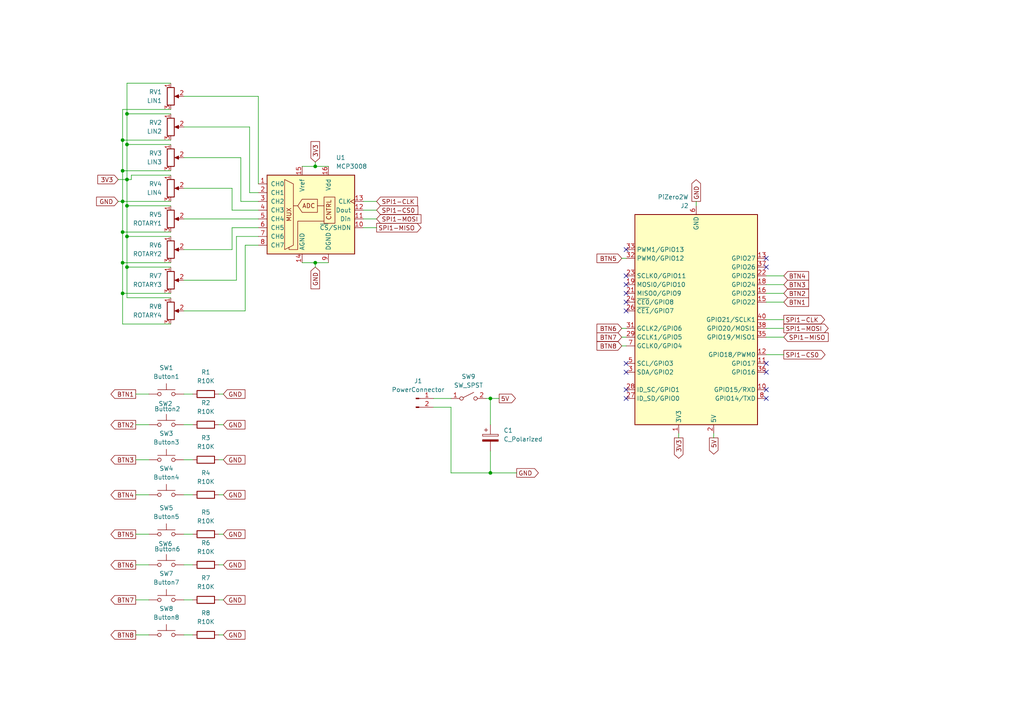
<source format=kicad_sch>
(kicad_sch (version 20231120) (generator "eeschema") (generator_version "8.0")
  (paper "A4")
  (lib_symbols
    (symbol "Analog_ADC:MCP3008" (pin_names (offset 1.016))
      (property "Reference" "U" (at -5.08 13.335 0))
      (property "Value" "MCP3008" (at -5.08 11.43 0))
      (symbol "MCP3008_0_0"
        (text "ADC" (at -0.635 1.27 0) (effects (font (size 1.27 1.27))))
        (text "CNTRL" (at 5.969 -2.921 900) (effects (font (size 1.27 1.27)) (justify left bottom)))
        (text "MUX" (at -6.35 -1.27 900) (effects (font (size 1.27 1.27))))
      )
      (symbol "MCP3008_0_1"
        (polyline (pts (xy -3.81 1.27) (xy -5.08 1.27)))
        (polyline (pts (xy 1.905 1.27) (xy 3.81 1.27)))
        (polyline (pts (xy -7.62 8.89) (xy -7.62 -11.43) (xy -5.08 -10.16) (xy -5.08 7.62) (xy -7.62 8.89)))
        (polyline (pts (xy 3.81 -3.175) (xy -3.81 -3.175) (xy -3.81 -11.43) (xy -6.35 -11.43) (xy -6.35 -10.795)))
        (polyline (pts (xy 1.905 3.175) (xy 1.905 -0.635) (xy -2.54 -0.635) (xy -3.81 1.27) (xy -2.54 3.175) (xy 1.905 3.175)))
        (rectangle (start 3.81 -3.81) (end 6.985 3.81))
        (rectangle (start 12.7 -12.7) (end -12.7 10.16) (stroke (width 0.254)) (fill (type background)))
      )
      (symbol "MCP3008_1_1"
        (pin input line (at -15.24 7.62 0) (length 2.54) (name "CH0") (number "1"))
        (pin input line (at 15.24 -5.08 180) (length 2.54) (name "~{CS}/SHDN") (number "10"))
        (pin input line (at 15.24 -2.54 180) (length 2.54) (name "Din") (number "11"))
        (pin output line (at 15.24 0 180) (length 2.54) (name "Dout") (number "12"))
        (pin input clock (at 15.24 2.54 180) (length 2.54) (name "CLK") (number "13"))
        (pin power_in line (at -2.54 -15.24 90) (length 2.54) (name "AGND") (number "14"))
        (pin power_in line (at -2.54 12.7 270) (length 2.54) (name "Vref") (number "15"))
        (pin power_in line (at 5.08 12.7 270) (length 2.54) (name "Vdd") (number "16"))
        (pin input line (at -15.24 5.08 0) (length 2.54) (name "CH1") (number "2"))
        (pin input line (at -15.24 2.54 0) (length 2.54) (name "CH2") (number "3"))
        (pin input line (at -15.24 0 0) (length 2.54) (name "CH3") (number "4"))
        (pin input line (at -15.24 -2.54 0) (length 2.54) (name "CH4") (number "5"))
        (pin input line (at -15.24 -5.08 0) (length 2.54) (name "CH5") (number "6"))
        (pin input line (at -15.24 -7.62 0) (length 2.54) (name "CH6") (number "7"))
        (pin input line (at -15.24 -10.16 0) (length 2.54) (name "CH7") (number "8"))
        (pin power_in line (at 5.08 -15.24 90) (length 2.54) (name "DGND") (number "9"))
      )
    )
    (symbol "Connector:Conn_01x02_Pin" (pin_names (offset 1.016) hide)
      (property "Reference" "J" (at 0 2.54 0))
      (property "Value" "Conn_01x02_Pin" (at 0 -5.08 0))
      (symbol "Conn_01x02_Pin_1_1"
        (polyline (pts (xy 1.27 -2.54) (xy 0.8636 -2.54)) (stroke (width 0.1524)))
        (polyline (pts (xy 1.27 0) (xy 0.8636 0)) (stroke (width 0.1524)))
        (rectangle (start 0.8636 -2.413) (end 0 -2.667) (stroke (width 0.1524)) (fill (type outline)))
        (rectangle (start 0.8636 0.127) (end 0 -0.127) (stroke (width 0.1524)) (fill (type outline)))
        (pin passive line (at 5.08 0 180) (length 3.81) (name "Pin_1") (number "1"))
        (pin passive line (at 5.08 -2.54 180) (length 3.81) (name "Pin_2") (number "2"))
      )
    )
    (symbol "Connector:Raspberry_Pi_2_3"
      (property "Reference" "J" (at -17.78 31.75 0))
      (property "Value" "Raspberry_Pi_2_3" (at 10.16 -31.75 0))
      (symbol "Raspberry_Pi_2_3_0_1"
        (rectangle (start -17.78 30.48) (end 17.78 -30.48) (stroke (width 0.254)) (fill (type background)))
      )
      (symbol "Raspberry_Pi_2_3_1_1"
        (pin power_in line (at 5.08 33.02 270) (length 2.54) (name "3V3") (number "1"))
        (pin bidirectional line (at -20.32 20.32 0) (length 2.54) (name "GPIO15/RXD") (number "10"))
        (pin bidirectional line (at -20.32 12.7 0) (length 2.54) (name "GPIO17") (number "11"))
        (pin bidirectional line (at -20.32 10.16 0) (length 2.54) (name "GPIO18/PWM0") (number "12"))
        (pin bidirectional line (at -20.32 -17.78 0) (length 2.54) (name "GPIO27") (number "13"))
        (pin passive line (at 0 -33.02 90) (length 2.54) hide (name "GND") (number "14"))
        (pin bidirectional line (at -20.32 -5.08 0) (length 2.54) (name "GPIO22") (number "15"))
        (pin bidirectional line (at -20.32 -7.62 0) (length 2.54) (name "GPIO23") (number "16"))
        (pin passive line (at 5.08 33.02 270) (length 2.54) hide (name "3V3") (number "17"))
        (pin bidirectional line (at -20.32 -10.16 0) (length 2.54) (name "GPIO24") (number "18"))
        (pin bidirectional line (at 20.32 -10.16 180) (length 2.54) (name "MOSI0/GPIO10") (number "19"))
        (pin power_in line (at -5.08 33.02 270) (length 2.54) (name "5V") (number "2"))
        (pin passive line (at 0 -33.02 90) (length 2.54) hide (name "GND") (number "20"))
        (pin bidirectional line (at 20.32 -7.62 180) (length 2.54) (name "MISO0/GPIO9") (number "21"))
        (pin bidirectional line (at -20.32 -12.7 0) (length 2.54) (name "GPIO25") (number "22"))
        (pin bidirectional line (at 20.32 -12.7 180) (length 2.54) (name "SCLK0/GPIO11") (number "23"))
        (pin bidirectional line (at 20.32 -5.08 180) (length 2.54) (name "~{CE0}/GPIO8") (number "24"))
        (pin passive line (at 0 -33.02 90) (length 2.54) hide (name "GND") (number "25"))
        (pin bidirectional line (at 20.32 -2.54 180) (length 2.54) (name "~{CE1}/GPIO7") (number "26"))
        (pin bidirectional line (at 20.32 22.86 180) (length 2.54) (name "ID_SD/GPIO0") (number "27"))
        (pin bidirectional line (at 20.32 20.32 180) (length 2.54) (name "ID_SC/GPIO1") (number "28"))
        (pin bidirectional line (at 20.32 5.08 180) (length 2.54) (name "GCLK1/GPIO5") (number "29"))
        (pin bidirectional line (at 20.32 15.24 180) (length 2.54) (name "SDA/GPIO2") (number "3"))
        (pin passive line (at 0 -33.02 90) (length 2.54) hide (name "GND") (number "30"))
        (pin bidirectional line (at 20.32 2.54 180) (length 2.54) (name "GCLK2/GPIO6") (number "31"))
        (pin bidirectional line (at 20.32 -17.78 180) (length 2.54) (name "PWM0/GPIO12") (number "32"))
        (pin bidirectional line (at 20.32 -20.32 180) (length 2.54) (name "PWM1/GPIO13") (number "33"))
        (pin passive line (at 0 -33.02 90) (length 2.54) hide (name "GND") (number "34"))
        (pin bidirectional line (at -20.32 5.08 0) (length 2.54) (name "GPIO19/MISO1") (number "35"))
        (pin bidirectional line (at -20.32 15.24 0) (length 2.54) (name "GPIO16") (number "36"))
        (pin bidirectional line (at -20.32 -15.24 0) (length 2.54) (name "GPIO26") (number "37"))
        (pin bidirectional line (at -20.32 2.54 0) (length 2.54) (name "GPIO20/MOSI1") (number "38"))
        (pin passive line (at 0 -33.02 90) (length 2.54) hide (name "GND") (number "39"))
        (pin passive line (at -5.08 33.02 270) (length 2.54) hide (name "5V") (number "4"))
        (pin bidirectional line (at -20.32 0 0) (length 2.54) (name "GPIO21/SCLK1") (number "40"))
        (pin bidirectional line (at 20.32 12.7 180) (length 2.54) (name "SCL/GPIO3") (number "5"))
        (pin power_in line (at 0 -33.02 90) (length 2.54) (name "GND") (number "6"))
        (pin bidirectional line (at 20.32 7.62 180) (length 2.54) (name "GCLK0/GPIO4") (number "7"))
        (pin bidirectional line (at -20.32 22.86 0) (length 2.54) (name "GPIO14/TXD") (number "8"))
        (pin passive line (at 0 -33.02 90) (length 2.54) hide (name "GND") (number "9"))
      )
    )
    (symbol "Device:C_Polarized" (pin_numbers hide) (pin_names (offset 0.254))
      (property "Reference" "C" (at 0.635 2.54 0))
      (property "Value" "C_Polarized" (at 0.635 -2.54 0))
      (symbol "C_Polarized_0_1"
        (rectangle (start -2.286 0.508) (end 2.286 1.016))
        (polyline (pts (xy -1.778 2.286) (xy -0.762 2.286)))
        (polyline (pts (xy -1.27 2.794) (xy -1.27 1.778)))
        (rectangle (start 2.286 -0.508) (end -2.286 -1.016) (fill (type outline)))
      )
      (symbol "C_Polarized_1_1"
        (pin passive line (at 0 3.81 270) (length 2.794) (name "~") (number "1"))
        (pin passive line (at 0 -3.81 90) (length 2.794) (name "~") (number "2"))
      )
    )
    (symbol "Device:R" (pin_numbers hide) (pin_names (offset 0))
      (property "Reference" "R" (at 2.032 0 90))
      (property "Value" "R" (at 0 0 90))
      (symbol "R_0_1"
        (rectangle (start -1.016 -2.54) (end 1.016 2.54) (stroke (width 0.254)))
      )
      (symbol "R_1_1"
        (pin passive line (at 0 3.81 270) (length 1.27) (name "~") (number "1"))
        (pin passive line (at 0 -3.81 90) (length 1.27) (name "~") (number "2"))
      )
    )
    (symbol "Device:R_Potentiometer" (pin_names (offset 1.016) hide)
      (property "Reference" "RV" (at -4.445 0 90))
      (property "Value" "R_Potentiometer" (at -2.54 0 90))
      (symbol "R_Potentiometer_0_1"
        (polyline (pts (xy 2.54 0) (xy 1.524 0)))
        (polyline (pts (xy 1.143 0) (xy 2.286 0.508) (xy 2.286 -0.508) (xy 1.143 0)) (fill (type outline)))
        (rectangle (start 1.016 2.54) (end -1.016 -2.54) (stroke (width 0.254)))
      )
      (symbol "R_Potentiometer_1_1"
        (pin passive line (at 0 3.81 270) (length 1.27) (name "1") (number "1"))
        (pin passive line (at 3.81 0 180) (length 1.27) (name "2") (number "2"))
        (pin passive line (at 0 -3.81 90) (length 1.27) (name "3") (number "3"))
      )
    )
    (symbol "Switch:SW_Push" (pin_numbers hide) (pin_names (offset 1.016) hide)
      (property "Reference" "SW" (at 1.27 2.54 0))
      (property "Value" "SW_Push" (at 0 -1.524 0))
      (symbol "SW_Push_0_1"
        (circle (center -2.032 0) (radius 0.508))
        (polyline (pts (xy 0 1.27) (xy 0 3.048)))
        (polyline (pts (xy 2.54 1.27) (xy -2.54 1.27)))
        (circle (center 2.032 0) (radius 0.508))
        (pin passive line (at -5.08 0 0) (length 2.54) (name "1") (number "1"))
        (pin passive line (at 5.08 0 180) (length 2.54) (name "2") (number "2"))
      )
    )
    (symbol "Switch:SW_SPST" (pin_names (offset 0) hide)
      (property "Reference" "SW" (at 0 3.175 0))
      (property "Value" "SW_SPST" (at 0 -2.54 0))
      (symbol "SW_SPST_0_0"
        (circle (center -2.032 0) (radius 0.508))
        (polyline (pts (xy -1.524 0.254) (xy 1.524 1.778)))
        (circle (center 2.032 0) (radius 0.508))
      )
      (symbol "SW_SPST_1_1"
        (pin passive line (at -5.08 0 0) (length 2.54) (name "A") (number "1"))
        (pin passive line (at 5.08 0 180) (length 2.54) (name "B") (number "2"))
      )
    )
  )
  (junction (at 35.56 85.09))
  (junction (at 36.83 68.58))
  (junction (at 142.24 115.57))
  (junction (at 36.83 41.91))
  (junction (at 35.56 76.2))
  (junction (at 36.83 33.02))
  (junction (at 35.56 49.53))
  (junction (at 36.83 52.07))
  (junction (at 36.83 77.47))
  (junction (at 35.56 58.42))
  (junction (at 142.24 137.16))
  (junction (at 35.56 40.64))
  (junction (at 35.56 67.31))
  (junction (at 91.44 48.26))
  (junction (at 36.83 59.69))
  (junction (at 91.44 76.2))
  (no_connect (at 222.25 115.57))
  (no_connect (at 222.25 105.41))
  (no_connect (at 222.25 107.95))
  (no_connect (at 181.61 72.39))
  (no_connect (at 181.61 107.95))
  (no_connect (at 222.25 74.93))
  (no_connect (at 181.61 115.57))
  (no_connect (at 181.61 82.55))
  (no_connect (at 181.61 113.03))
  (no_connect (at 181.61 87.63))
  (no_connect (at 181.61 85.09))
  (no_connect (at 181.61 80.01))
  (no_connect (at 222.25 77.47))
  (no_connect (at 222.25 113.03))
  (no_connect (at 181.61 90.17))
  (no_connect (at 181.61 105.41))
  (wire (pts (xy 105.41 60.96) (xy 109.22 60.96)))
  (wire (pts (xy 53.34 36.83) (xy 72.39 36.83)))
  (wire (pts (xy 49.53 76.2) (xy 35.56 76.2)))
  (wire (pts (xy 71.12 90.17) (xy 71.12 71.12)))
  (wire (pts (xy 142.24 137.16) (xy 149.86 137.16)))
  (wire (pts (xy 35.56 67.31) (xy 35.56 76.2)))
  (wire (pts (xy 222.25 87.63) (xy 227.33 87.63)))
  (wire (pts (xy 49.53 41.91) (xy 36.83 41.91)))
  (wire (pts (xy 63.5 143.51) (xy 64.77 143.51)))
  (wire (pts (xy 49.53 24.13) (xy 36.83 24.13)))
  (wire (pts (xy 130.81 137.16) (xy 130.81 118.11)))
  (wire (pts (xy 49.53 50.8) (xy 38.1 50.8)))
  (wire (pts (xy 53.34 143.51) (xy 55.88 143.51)))
  (wire (pts (xy 49.53 59.69) (xy 36.83 59.69)))
  (wire (pts (xy 63.5 184.15) (xy 64.77 184.15)))
  (wire (pts (xy 53.34 81.28) (xy 68.58 81.28)))
  (wire (pts (xy 95.25 48.26) (xy 91.44 48.26)))
  (wire (pts (xy 227.33 95.25) (xy 222.25 95.25)))
  (wire (pts (xy 35.56 58.42) (xy 49.53 58.42)))
  (wire (pts (xy 39.37 123.19) (xy 43.18 123.19)))
  (wire (pts (xy 142.24 130.81) (xy 142.24 137.16)))
  (wire (pts (xy 39.37 133.35) (xy 43.18 133.35)))
  (wire (pts (xy 36.83 33.02) (xy 36.83 41.91)))
  (wire (pts (xy 53.34 154.94) (xy 55.88 154.94)))
  (wire (pts (xy 35.56 49.53) (xy 49.53 49.53)))
  (wire (pts (xy 39.37 163.83) (xy 43.18 163.83)))
  (wire (pts (xy 35.56 40.64) (xy 49.53 40.64)))
  (wire (pts (xy 49.53 93.98) (xy 35.56 93.98)))
  (wire (pts (xy 91.44 48.26) (xy 91.44 46.99)))
  (wire (pts (xy 67.31 66.04) (xy 74.93 66.04)))
  (wire (pts (xy 68.58 68.58) (xy 74.93 68.58)))
  (wire (pts (xy 35.56 49.53) (xy 35.56 58.42)))
  (wire (pts (xy 227.33 97.79) (xy 222.25 97.79)))
  (wire (pts (xy 35.56 58.42) (xy 34.29 58.42)))
  (wire (pts (xy 67.31 54.61) (xy 67.31 60.96)))
  (wire (pts (xy 35.56 76.2) (xy 35.56 85.09)))
  (wire (pts (xy 207.01 127) (xy 207.01 125.73)))
  (wire (pts (xy 63.5 114.3) (xy 64.77 114.3)))
  (wire (pts (xy 53.34 63.5) (xy 74.93 63.5)))
  (wire (pts (xy 72.39 55.88) (xy 74.93 55.88)))
  (wire (pts (xy 39.37 184.15) (xy 43.18 184.15)))
  (wire (pts (xy 69.85 58.42) (xy 74.93 58.42)))
  (wire (pts (xy 140.97 115.57) (xy 142.24 115.57)))
  (wire (pts (xy 180.34 97.79) (xy 181.61 97.79)))
  (wire (pts (xy 35.56 85.09) (xy 35.56 93.98)))
  (wire (pts (xy 36.83 24.13) (xy 36.83 33.02)))
  (wire (pts (xy 53.34 45.72) (xy 69.85 45.72)))
  (wire (pts (xy 49.53 68.58) (xy 36.83 68.58)))
  (wire (pts (xy 53.34 72.39) (xy 67.31 72.39)))
  (wire (pts (xy 201.93 59.69) (xy 201.93 58.42)))
  (wire (pts (xy 68.58 81.28) (xy 68.58 68.58)))
  (wire (pts (xy 63.5 154.94) (xy 64.77 154.94)))
  (wire (pts (xy 180.34 74.93) (xy 181.61 74.93)))
  (wire (pts (xy 35.56 40.64) (xy 35.56 49.53)))
  (wire (pts (xy 53.34 54.61) (xy 67.31 54.61)))
  (wire (pts (xy 63.5 123.19) (xy 64.77 123.19)))
  (wire (pts (xy 49.53 31.75) (xy 35.56 31.75)))
  (wire (pts (xy 39.37 154.94) (xy 43.18 154.94)))
  (wire (pts (xy 222.25 80.01) (xy 227.33 80.01)))
  (wire (pts (xy 39.37 114.3) (xy 43.18 114.3)))
  (wire (pts (xy 130.81 118.11) (xy 125.73 118.11)))
  (wire (pts (xy 71.12 71.12) (xy 74.93 71.12)))
  (wire (pts (xy 49.53 85.09) (xy 35.56 85.09)))
  (wire (pts (xy 142.24 115.57) (xy 142.24 123.19)))
  (wire (pts (xy 53.34 173.99) (xy 55.88 173.99)))
  (wire (pts (xy 49.53 86.36) (xy 36.83 86.36)))
  (wire (pts (xy 91.44 76.2) (xy 91.44 77.47)))
  (wire (pts (xy 53.34 114.3) (xy 55.88 114.3)))
  (wire (pts (xy 67.31 60.96) (xy 74.93 60.96)))
  (wire (pts (xy 36.83 59.69) (xy 36.83 68.58)))
  (wire (pts (xy 105.41 58.42) (xy 109.22 58.42)))
  (wire (pts (xy 34.29 52.07) (xy 36.83 52.07)))
  (wire (pts (xy 105.41 66.04) (xy 109.22 66.04)))
  (wire (pts (xy 36.83 77.47) (xy 36.83 86.36)))
  (wire (pts (xy 72.39 36.83) (xy 72.39 55.88)))
  (wire (pts (xy 39.37 173.99) (xy 43.18 173.99)))
  (wire (pts (xy 36.83 68.58) (xy 36.83 77.47)))
  (wire (pts (xy 67.31 72.39) (xy 67.31 66.04)))
  (wire (pts (xy 53.34 123.19) (xy 55.88 123.19)))
  (wire (pts (xy 49.53 77.47) (xy 36.83 77.47)))
  (wire (pts (xy 180.34 95.25) (xy 181.61 95.25)))
  (wire (pts (xy 95.25 76.2) (xy 91.44 76.2)))
  (wire (pts (xy 63.5 173.99) (xy 64.77 173.99)))
  (wire (pts (xy 180.34 100.33) (xy 181.61 100.33)))
  (wire (pts (xy 130.81 137.16) (xy 142.24 137.16)))
  (wire (pts (xy 53.34 163.83) (xy 55.88 163.83)))
  (wire (pts (xy 196.85 127) (xy 196.85 125.73)))
  (wire (pts (xy 142.24 115.57) (xy 144.78 115.57)))
  (wire (pts (xy 69.85 45.72) (xy 69.85 58.42)))
  (wire (pts (xy 227.33 92.71) (xy 222.25 92.71)))
  (wire (pts (xy 38.1 50.8) (xy 38.1 52.07)))
  (wire (pts (xy 227.33 102.87) (xy 222.25 102.87)))
  (wire (pts (xy 35.56 67.31) (xy 35.56 58.42)))
  (wire (pts (xy 35.56 31.75) (xy 35.56 40.64)))
  (wire (pts (xy 87.63 76.2) (xy 91.44 76.2)))
  (wire (pts (xy 36.83 41.91) (xy 36.83 52.07)))
  (wire (pts (xy 53.34 133.35) (xy 55.88 133.35)))
  (wire (pts (xy 87.63 48.26) (xy 91.44 48.26)))
  (wire (pts (xy 49.53 67.31) (xy 35.56 67.31)))
  (wire (pts (xy 222.25 82.55) (xy 227.33 82.55)))
  (wire (pts (xy 36.83 59.69) (xy 36.83 52.07)))
  (wire (pts (xy 63.5 163.83) (xy 64.77 163.83)))
  (wire (pts (xy 222.25 85.09) (xy 227.33 85.09)))
  (wire (pts (xy 49.53 33.02) (xy 36.83 33.02)))
  (wire (pts (xy 74.93 27.94) (xy 74.93 53.34)))
  (wire (pts (xy 63.5 133.35) (xy 64.77 133.35)))
  (wire (pts (xy 53.34 184.15) (xy 55.88 184.15)))
  (wire (pts (xy 53.34 90.17) (xy 71.12 90.17)))
  (wire (pts (xy 39.37 143.51) (xy 43.18 143.51)))
  (wire (pts (xy 38.1 52.07) (xy 36.83 52.07)))
  (wire (pts (xy 105.41 63.5) (xy 109.22 63.5)))
  (wire (pts (xy 125.73 115.57) (xy 130.81 115.57)))
  (wire (pts (xy 53.34 27.94) (xy 74.93 27.94)))
  (global_label "GND" (shape input) (at 64.77 133.35 0) (property "Intersheetrefs" "${INTERSHEET_REFS}" (effects (hide yes))))
  (global_label "BTN3" (shape output) (at 39.37 133.35 180) (property "Intersheetrefs" "${INTERSHEET_REFS}" (effects (hide yes))))
  (global_label "GND" (shape input) (at 34.29 58.42 180) (property "Intersheetrefs" "${INTERSHEET_REFS}" (effects (hide yes))))
  (global_label "SPI1-CS0" (shape input) (at 109.22 60.96 0) (property "Intersheetrefs" "${INTERSHEET_REFS}" (effects (hide yes))))
  (global_label "GND" (shape input) (at 91.44 77.47 270) (property "Intersheetrefs" "${INTERSHEET_REFS}" (effects (hide yes))))
  (global_label "SPI1-CLK" (shape output) (at 227.33 92.71 0) (property "Intersheetrefs" "${INTERSHEET_REFS}" (effects (hide yes))))
  (global_label "GND" (shape input) (at 64.77 173.99 0) (property "Intersheetrefs" "${INTERSHEET_REFS}" (effects (hide yes))))
  (global_label "SPI1-MISO" (shape output) (at 109.22 66.04 0) (property "Intersheetrefs" "${INTERSHEET_REFS}" (effects (hide yes))))
  (global_label "5V" (shape output) (at 144.78 115.57 0) (property "Intersheetrefs" "${INTERSHEET_REFS}" (effects (hide yes))))
  (global_label "GND" (shape input) (at 64.77 123.19 0) (property "Intersheetrefs" "${INTERSHEET_REFS}" (effects (hide yes))))
  (global_label "SPI1-MISO" (shape input) (at 227.33 97.79 0) (property "Intersheetrefs" "${INTERSHEET_REFS}" (effects (hide yes))))
  (global_label "3V3" (shape input) (at 34.29 52.07 180) (property "Intersheetrefs" "${INTERSHEET_REFS}" (effects (hide yes))))
  (global_label "BTN6" (shape output) (at 39.37 163.83 180) (property "Intersheetrefs" "${INTERSHEET_REFS}" (effects (hide yes))))
  (global_label "BTN5" (shape output) (at 39.37 154.94 180) (property "Intersheetrefs" "${INTERSHEET_REFS}" (effects (hide yes))))
  (global_label "BTN1" (shape input) (at 227.33 87.63 0) (property "Intersheetrefs" "${INTERSHEET_REFS}" (effects (hide yes))))
  (global_label "SPI1-CLK" (shape input) (at 109.22 58.42 0) (property "Intersheetrefs" "${INTERSHEET_REFS}" (effects (hide yes))))
  (global_label "GND" (shape output) (at 201.93 58.42 90) (property "Intersheetrefs" "${INTERSHEET_REFS}" (effects (hide yes))))
  (global_label "5V" (shape output) (at 207.01 127 270) (property "Intersheetrefs" "${INTERSHEET_REFS}" (effects (hide yes))))
  (global_label "3V3" (shape output) (at 196.85 127 270) (property "Intersheetrefs" "${INTERSHEET_REFS}" (effects (hide yes))))
  (global_label "GND" (shape output) (at 149.86 137.16 0) (property "Intersheetrefs" "${INTERSHEET_REFS}" (effects (hide yes))))
  (global_label "BTN4" (shape input) (at 227.33 80.01 0) (property "Intersheetrefs" "${INTERSHEET_REFS}" (effects (hide yes))))
  (global_label "SPI1-MOSI" (shape input) (at 109.22 63.5 0) (property "Intersheetrefs" "${INTERSHEET_REFS}" (effects (hide yes))))
  (global_label "SPI1-CS0" (shape output) (at 227.33 102.87 0) (property "Intersheetrefs" "${INTERSHEET_REFS}" (effects (hide yes))))
  (global_label "GND" (shape input) (at 64.77 143.51 0) (property "Intersheetrefs" "${INTERSHEET_REFS}" (effects (hide yes))))
  (global_label "GND" (shape input) (at 64.77 184.15 0) (property "Intersheetrefs" "${INTERSHEET_REFS}" (effects (hide yes))))
  (global_label "3V3" (shape input) (at 91.44 46.99 90) (property "Intersheetrefs" "${INTERSHEET_REFS}" (effects (hide yes))))
  (global_label "BTN8" (shape output) (at 39.37 184.15 180) (property "Intersheetrefs" "${INTERSHEET_REFS}" (effects (hide yes))))
  (global_label "BTN7" (shape output) (at 39.37 173.99 180) (property "Intersheetrefs" "${INTERSHEET_REFS}" (effects (hide yes))))
  (global_label "BTN1" (shape output) (at 39.37 114.3 180) (property "Intersheetrefs" "${INTERSHEET_REFS}" (effects (hide yes))))
  (global_label "GND" (shape input) (at 64.77 163.83 0) (property "Intersheetrefs" "${INTERSHEET_REFS}" (effects (hide yes))))
  (global_label "BTN6" (shape input) (at 180.34 95.25 180) (property "Intersheetrefs" "${INTERSHEET_REFS}" (effects (hide yes))))
  (global_label "BTN2" (shape input) (at 227.33 85.09 0) (property "Intersheetrefs" "${INTERSHEET_REFS}" (effects (hide yes))))
  (global_label "BTN4" (shape output) (at 39.37 143.51 180) (property "Intersheetrefs" "${INTERSHEET_REFS}" (effects (hide yes))))
  (global_label "BTN2" (shape output) (at 39.37 123.19 180) (property "Intersheetrefs" "${INTERSHEET_REFS}" (effects (hide yes))))
  (global_label "BTN8" (shape input) (at 180.34 100.33 180) (property "Intersheetrefs" "${INTERSHEET_REFS}" (effects (hide yes))))
  (global_label "SPI1-MOSI" (shape output) (at 227.33 95.25 0) (property "Intersheetrefs" "${INTERSHEET_REFS}" (effects (hide yes))))
  (global_label "BTN3" (shape input) (at 227.33 82.55 0) (property "Intersheetrefs" "${INTERSHEET_REFS}" (effects (hide yes))))
  (global_label "BTN7" (shape input) (at 180.34 97.79 180) (property "Intersheetrefs" "${INTERSHEET_REFS}" (effects (hide yes))))
  (global_label "BTN5" (shape input) (at 180.34 74.93 180) (property "Intersheetrefs" "${INTERSHEET_REFS}" (effects (hide yes))))
  (global_label "GND" (shape input) (at 64.77 114.3 0) (property "Intersheetrefs" "${INTERSHEET_REFS}" (effects (hide yes))))
  (global_label "GND" (shape input) (at 64.77 154.94 0) (property "Intersheetrefs" "${INTERSHEET_REFS}" (effects (hide yes))))
  (symbol (lib_id "Device:R") (at 59.69 114.3 90) (unit 1)
    (property "Reference" "R1" (at 59.69 107.95 90))
    (property "Value" "R10K" (at 59.69 110.49 90))
    (property "Footprint" "Resistor_SMD:R_1206_3216Metric_Pad1.30x1.75mm_HandSolder" (effects (hide yes)))
    (property "Description" "Resistor" (effects (hide yes)))
  )
  (symbol (lib_id "Device:R") (at 59.69 184.15 90) (unit 1)
    (property "Reference" "R8" (at 59.69 177.8 90))
    (property "Value" "R10K" (at 59.69 180.34 90))
    (property "Footprint" "Resistor_SMD:R_1206_3216Metric_Pad1.30x1.75mm_HandSolder" (effects (hide yes)))
    (property "Description" "Resistor" (effects (hide yes)))
  )
  (symbol (lib_id "Device:R_Potentiometer") (at 49.53 54.61 0) (unit 1)
    (property "Reference" "RV4" (at 46.99 53.3399 0) (effects (justify right)))
    (property "Value" "LIN4" (at 46.99 55.8799 0) (effects (justify right)))
    (property "Footprint" "Potentiometer_THT:Potentiometer_Bourns_PTA6043_Single_Slide" (effects (hide yes)))
    (property "Description" "Potentiometer" (effects (hide yes)))
  )
  (symbol (lib_id "Switch:SW_Push") (at 48.26 143.51 0) (unit 1)
    (property "Reference" "SW4" (at 48.26 135.89 0))
    (property "Value" "Button4" (at 48.26 138.43 0))
    (property "Footprint" "Button_Switch_THT:SW_SPST_Omron_B3F-40xx" (effects (hide yes)))
    (property "Description" "Push button switch, generic, two pins" (effects (hide yes)))
  )
  (symbol (lib_id "Connector:Conn_01x02_Pin") (at 120.65 115.57 0) (unit 1)
    (property "Reference" "J1" (at 121.285 110.49 0))
    (property "Value" "PowerConnector" (at 121.285 113.03 0))
    (property "Footprint" "Connector_PinHeader_2.54mm:PinHeader_1x02_P2.54mm_Vertical" (effects (hide yes)))
    (property "Description" "Generic connector, single row, 01x02, script generated" (effects (hide yes)))
  )
  (symbol (lib_id "Connector:Raspberry_Pi_2_3") (at 201.93 92.71 180) (unit 1)
    (property "Reference" "J2" (at 199.7359 59.69 0) (effects (justify left)))
    (property "Value" "PiZero2W" (at 199.7359 57.15 0) (effects (justify left)))
    (property "Footprint" "Connector_PinSocket_2.54mm:PinSocket_2x20_P2.54mm_Vertical" (effects (hide yes)))
    (property "Datasheet" "https://www.raspberrypi.org/documentation/hardware/raspberrypi/schematics/rpi_SCH_3bplus_1p0_reduced.pdf" (effects (hide yes)))
    (property "Description" "expansion header for Raspberry Pi 2 & 3" (effects (hide yes)))
  )
  (symbol (lib_id "Device:R_Potentiometer") (at 49.53 72.39 0) (unit 1)
    (property "Reference" "RV6" (at 46.99 71.1199 0) (effects (justify right)))
    (property "Value" "ROTARY2" (at 46.99 73.6599 0) (effects (justify right)))
    (property "Footprint" "Potentiometer_THT:Potentiometer_Bourns_PTV09A-1_Single_Vertical" (effects (hide yes)))
    (property "Description" "Potentiometer" (effects (hide yes)))
  )
  (symbol (lib_id "Switch:SW_Push") (at 48.26 133.35 0) (unit 1)
    (property "Reference" "SW3" (at 48.26 125.73 0))
    (property "Value" "Button3" (at 48.26 128.27 0))
    (property "Footprint" "Button_Switch_THT:SW_SPST_Omron_B3F-40xx" (effects (hide yes)))
    (property "Description" "Push button switch, generic, two pins" (effects (hide yes)))
  )
  (symbol (lib_id "Device:R_Potentiometer") (at 49.53 45.72 0) (unit 1)
    (property "Reference" "RV3" (at 46.99 44.4499 0) (effects (justify right)))
    (property "Value" "LIN3" (at 46.99 46.9899 0) (effects (justify right)))
    (property "Footprint" "Potentiometer_THT:Potentiometer_Bourns_PTA6043_Single_Slide" (effects (hide yes)))
    (property "Description" "Potentiometer" (effects (hide yes)))
  )
  (symbol (lib_id "Device:R_Potentiometer") (at 49.53 81.28 0) (unit 1)
    (property "Reference" "RV7" (at 46.99 80.0099 0) (effects (justify right)))
    (property "Value" "ROTARY3" (at 46.99 82.5499 0) (effects (justify right)))
    (property "Footprint" "Potentiometer_THT:Potentiometer_Bourns_PTV09A-1_Single_Vertical" (effects (hide yes)))
    (property "Description" "Potentiometer" (effects (hide yes)))
  )
  (symbol (lib_id "Device:R_Potentiometer") (at 49.53 36.83 0) (unit 1)
    (property "Reference" "RV2" (at 46.99 35.5599 0) (effects (justify right)))
    (property "Value" "LIN2" (at 46.99 38.0999 0) (effects (justify right)))
    (property "Footprint" "Potentiometer_THT:Potentiometer_Bourns_PTA6043_Single_Slide" (effects (hide yes)))
    (property "Description" "Potentiometer" (effects (hide yes)))
  )
  (symbol (lib_id "Switch:SW_Push") (at 48.26 114.3 0) (unit 1)
    (property "Reference" "SW1" (at 48.26 106.68 0))
    (property "Value" "Button1" (at 48.26 109.22 0))
    (property "Footprint" "Button_Switch_THT:SW_SPST_Omron_B3F-40xx" (effects (hide yes)))
    (property "Description" "Push button switch, generic, two pins" (effects (hide yes)))
  )
  (symbol (lib_id "Switch:SW_Push") (at 48.26 173.99 0) (unit 1)
    (property "Reference" "SW7" (at 48.26 166.37 0))
    (property "Value" "Button7" (at 48.26 168.91 0))
    (property "Footprint" "Button_Switch_THT:SW_SPST_Omron_B3F-40xx" (effects (hide yes)))
    (property "Description" "Push button switch, generic, two pins" (effects (hide yes)))
  )
  (symbol (lib_id "Device:C_Polarized") (at 142.24 127 0) (unit 1)
    (property "Reference" "C1" (at 146.05 124.8409 0) (effects (justify left)))
    (property "Value" "C_Polarized" (at 146.05 127.3809 0) (effects (justify left)))
    (property "Footprint" "Capacitor_THT:CP_Radial_D4.0mm_P2.00mm" (effects (hide yes)))
    (property "Description" "Polarized capacitor" (effects (hide yes)))
  )
  (symbol (lib_id "Device:R") (at 59.69 123.19 90) (unit 1)
    (property "Reference" "R2" (at 59.69 116.84 90))
    (property "Value" "R10K" (at 59.69 119.38 90))
    (property "Footprint" "Resistor_SMD:R_1206_3216Metric_Pad1.30x1.75mm_HandSolder" (effects (hide yes)))
    (property "Description" "Resistor" (effects (hide yes)))
  )
  (symbol (lib_id "Device:R_Potentiometer") (at 49.53 90.17 0) (unit 1)
    (property "Reference" "RV8" (at 46.99 88.8999 0) (effects (justify right)))
    (property "Value" "ROTARY4" (at 46.99 91.4399 0) (effects (justify right)))
    (property "Footprint" "Potentiometer_THT:Potentiometer_Bourns_PTV09A-1_Single_Vertical" (effects (hide yes)))
    (property "Description" "Potentiometer" (effects (hide yes)))
  )
  (symbol (lib_id "Switch:SW_Push") (at 48.26 163.83 0) (unit 1)
    (property "Reference" "SW6" (at 50.038 157.734 0) (effects (justify right)))
    (property "Value" "Button6" (at 52.324 159.258 0) (effects (justify right)))
    (property "Footprint" "Button_Switch_THT:SW_SPST_Omron_B3F-40xx" (effects (hide yes)))
    (property "Description" "Push button switch, generic, two pins" (effects (hide yes)))
  )
  (symbol (lib_id "Device:R") (at 59.69 173.99 90) (unit 1)
    (property "Reference" "R7" (at 59.69 167.64 90))
    (property "Value" "R10K" (at 59.69 170.18 90))
    (property "Footprint" "Resistor_SMD:R_1206_3216Metric_Pad1.30x1.75mm_HandSolder" (effects (hide yes)))
    (property "Description" "Resistor" (effects (hide yes)))
  )
  (symbol (lib_id "Analog_ADC:MCP3008") (at 90.17 60.96 0) (unit 1)
    (property "Reference" "U1" (at 97.4441 45.72 0) (effects (justify left)))
    (property "Value" "MCP3008" (at 97.4441 48.26 0) (effects (justify left)))
    (property "Footprint" "Package_DIP:CERDIP-16_W7.62mm_SideBrazed_Socket" (effects (hide yes)))
    (property "Datasheet" "http://ww1.microchip.com/downloads/en/DeviceDoc/21295d.pdf" (effects (hide yes)))
    (property "Description" "A/D Converter, 10-Bit, 8-Channel, SPI Interface , 2.7V-5.5V" (effects (hide yes)))
  )
  (symbol (lib_id "Device:R") (at 59.69 163.83 90) (unit 1)
    (property "Reference" "R6" (at 59.69 157.48 90))
    (property "Value" "R10K" (at 59.69 160.02 90))
    (property "Footprint" "Resistor_SMD:R_1206_3216Metric_Pad1.30x1.75mm_HandSolder" (effects (hide yes)))
    (property "Description" "Resistor" (effects (hide yes)))
  )
  (symbol (lib_id "Device:R") (at 59.69 143.51 90) (unit 1)
    (property "Reference" "R4" (at 59.69 137.16 90))
    (property "Value" "R10K" (at 59.69 139.7 90))
    (property "Footprint" "Resistor_SMD:R_1206_3216Metric_Pad1.30x1.75mm_HandSolder" (effects (hide yes)))
    (property "Description" "Resistor" (effects (hide yes)))
  )
  (symbol (lib_id "Device:R") (at 59.69 133.35 90) (unit 1)
    (property "Reference" "R3" (at 59.69 127 90))
    (property "Value" "R10K" (at 59.69 129.54 90))
    (property "Footprint" "Resistor_SMD:R_1206_3216Metric_Pad1.30x1.75mm_HandSolder" (effects (hide yes)))
    (property "Description" "Resistor" (effects (hide yes)))
  )
  (symbol (lib_id "Switch:SW_SPST") (at 135.89 115.57 0) (unit 1)
    (property "Reference" "SW9" (at 135.89 109.22 0))
    (property "Value" "SW_SPST" (at 135.89 111.76 0))
    (property "Footprint" "Button_Switch_THT:SW_DIP_SPSTx01_Slide_9.78x4.72mm_W7.62mm_P2.54mm" (effects (hide yes)))
    (property "Description" "Single Pole Single Throw (SPST) switch" (effects (hide yes)))
  )
  (symbol (lib_id "Switch:SW_Push") (at 48.26 123.19 0) (unit 1)
    (property "Reference" "SW2" (at 50.038 117.094 0) (effects (justify right)))
    (property "Value" "Button2" (at 52.324 118.618 0) (effects (justify right)))
    (property "Footprint" "Button_Switch_THT:SW_SPST_Omron_B3F-40xx" (effects (hide yes)))
    (property "Description" "Push button switch, generic, two pins" (effects (hide yes)))
  )
  (symbol (lib_id "Switch:SW_Push") (at 48.26 154.94 0) (unit 1)
    (property "Reference" "SW5" (at 48.26 147.32 0))
    (property "Value" "Button5" (at 48.26 149.86 0))
    (property "Footprint" "Button_Switch_THT:SW_SPST_Omron_B3F-40xx" (effects (hide yes)))
    (property "Description" "Push button switch, generic, two pins" (effects (hide yes)))
  )
  (symbol (lib_id "Device:R_Potentiometer") (at 49.53 27.94 0) (unit 1)
    (property "Reference" "RV1" (at 46.99 26.6699 0) (effects (justify right)))
    (property "Value" "LIN1" (at 46.99 29.2099 0) (effects (justify right)))
    (property "Footprint" "Potentiometer_THT:Potentiometer_Bourns_PTA6043_Single_Slide" (effects (hide yes)))
    (property "Description" "Potentiometer" (effects (hide yes)))
  )
  (symbol (lib_id "Device:R_Potentiometer") (at 49.53 63.5 0) (unit 1)
    (property "Reference" "RV5" (at 46.99 62.2299 0) (effects (justify right)))
    (property "Value" "ROTARY1" (at 46.99 64.7699 0) (effects (justify right)))
    (property "Footprint" "Potentiometer_THT:Potentiometer_Bourns_PTV09A-1_Single_Vertical" (effects (hide yes)))
    (property "Description" "Potentiometer" (effects (hide yes)))
  )
  (symbol (lib_id "Switch:SW_Push") (at 48.26 184.15 0) (unit 1)
    (property "Reference" "SW8" (at 48.26 176.53 0))
    (property "Value" "Button8" (at 48.26 179.07 0))
    (property "Footprint" "Button_Switch_THT:SW_SPST_Omron_B3F-40xx" (effects (hide yes)))
    (property "Description" "Push button switch, generic, two pins" (effects (hide yes)))
  )
  (symbol (lib_id "Device:R") (at 59.69 154.94 90) (unit 1)
    (property "Reference" "R5" (at 59.69 148.59 90))
    (property "Value" "R10K" (at 59.69 151.13 90))
    (property "Footprint" "Resistor_SMD:R_1206_3216Metric_Pad1.30x1.75mm_HandSolder" (effects (hide yes)))
    (property "Description" "Resistor" (effects (hide yes)))
  )
)
</source>
